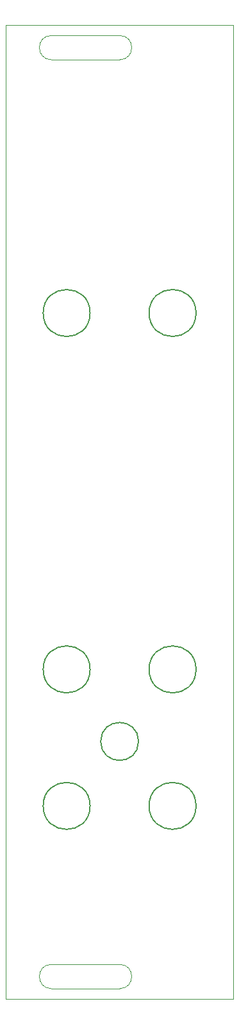
<source format=gm1>
%TF.GenerationSoftware,KiCad,Pcbnew,(6.0.1)*%
%TF.CreationDate,2022-10-21T14:03:44-04:00*%
%TF.ProjectId,ER-ADSR-555-01_Panel,45522d41-4453-4522-9d35-35352d30315f,rev?*%
%TF.SameCoordinates,Original*%
%TF.FileFunction,Profile,NP*%
%FSLAX46Y46*%
G04 Gerber Fmt 4.6, Leading zero omitted, Abs format (unit mm)*
G04 Created by KiCad (PCBNEW (6.0.1)) date 2022-10-21 14:03:44*
%MOMM*%
%LPD*%
G01*
G04 APERTURE LIST*
%TA.AperFunction,Profile*%
%ADD10C,0.050000*%
%TD*%
%TA.AperFunction,Profile*%
%ADD11C,0.150000*%
%TD*%
%TA.AperFunction,Profile*%
%ADD12C,0.100000*%
%TD*%
G04 APERTURE END LIST*
D10*
X42000000Y7600000D02*
G75*
G03*
X42000000Y4400000I0J-1600000D01*
G01*
D11*
X61100010Y-28999993D02*
G75*
G03*
X61100010Y-28999993I-3099999J0D01*
G01*
X61100000Y-94000000D02*
G75*
G03*
X61100000Y-94000000I-3100000J0D01*
G01*
D10*
X51000000Y4400000D02*
X42000000Y4400000D01*
X51000000Y-118100000D02*
G75*
G03*
X51000000Y-114900000I0J1600000D01*
G01*
X51000000Y4400000D02*
G75*
G03*
X51000000Y7600000I0J1600000D01*
G01*
D12*
X36000000Y9000000D02*
X66000000Y9000000D01*
X66000000Y9000000D02*
X66000000Y-119500000D01*
X66000000Y-119500000D02*
X36000000Y-119500000D01*
X36000000Y-119500000D02*
X36000000Y9000000D01*
D11*
X47100000Y-94000000D02*
G75*
G03*
X47100000Y-94000000I-3100000J0D01*
G01*
D10*
X42000000Y7600000D02*
X51000000Y7600000D01*
D11*
X47099987Y-28999993D02*
G75*
G03*
X47099987Y-28999993I-3099999J0D01*
G01*
X61100000Y-76000000D02*
G75*
G03*
X61100000Y-76000000I-3100000J0D01*
G01*
D10*
X42000000Y-114900000D02*
X51000000Y-114900000D01*
D11*
X53500000Y-85500000D02*
G75*
G03*
X53500000Y-85500000I-2500000J0D01*
G01*
D10*
X51000000Y-118100000D02*
X42000000Y-118100000D01*
D11*
X47100000Y-76000000D02*
G75*
G03*
X47100000Y-76000000I-3100000J0D01*
G01*
D10*
X42000000Y-114900000D02*
G75*
G03*
X42000000Y-118100000I0J-1600000D01*
G01*
M02*

</source>
